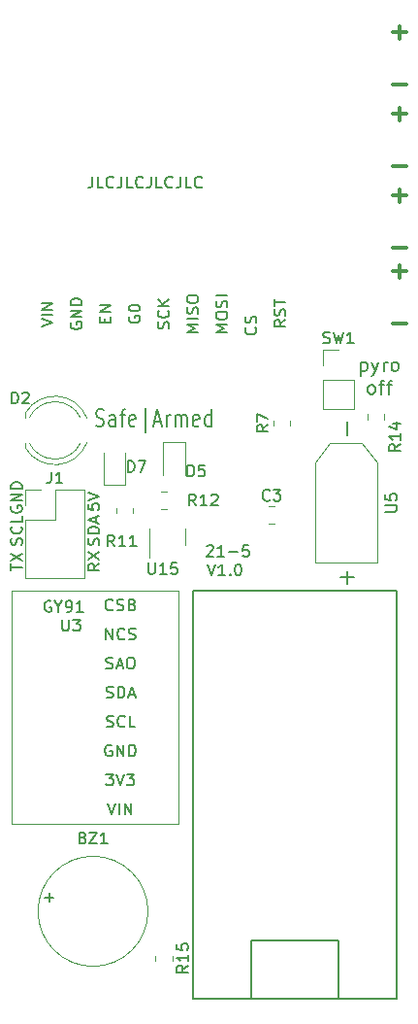
<source format=gbr>
%TF.GenerationSoftware,KiCad,Pcbnew,5.1.10*%
%TF.CreationDate,2021-06-27T22:38:49+02:00*%
%TF.ProjectId,fc_v2,66635f76-322e-46b6-9963-61645f706362,rev?*%
%TF.SameCoordinates,Original*%
%TF.FileFunction,Legend,Top*%
%TF.FilePolarity,Positive*%
%FSLAX46Y46*%
G04 Gerber Fmt 4.6, Leading zero omitted, Abs format (unit mm)*
G04 Created by KiCad (PCBNEW 5.1.10) date 2021-06-27 22:38:49*
%MOMM*%
%LPD*%
G01*
G04 APERTURE LIST*
%ADD10C,0.150000*%
%ADD11C,0.200000*%
%ADD12C,0.300000*%
%ADD13C,0.120000*%
%ADD14C,0.010000*%
%ADD15O,2.000000X1.700000*%
%ADD16O,1.700000X1.700000*%
%ADD17R,1.700000X1.700000*%
%ADD18C,0.700000*%
%ADD19C,4.400000*%
%ADD20C,1.524000*%
%ADD21O,1.950000X1.700000*%
%ADD22C,1.800000*%
%ADD23C,0.800000*%
%ADD24C,3.800000*%
%ADD25R,3.800000X3.800000*%
%ADD26R,1.070000X1.800000*%
%ADD27O,1.070000X1.800000*%
G04 APERTURE END LIST*
D10*
X130198761Y-112847285D02*
X130246380Y-112704428D01*
X130246380Y-112466333D01*
X130198761Y-112371095D01*
X130151142Y-112323476D01*
X130055904Y-112275857D01*
X129960666Y-112275857D01*
X129865428Y-112323476D01*
X129817809Y-112371095D01*
X129770190Y-112466333D01*
X129722571Y-112656809D01*
X129674952Y-112752047D01*
X129627333Y-112799666D01*
X129532095Y-112847285D01*
X129436857Y-112847285D01*
X129341619Y-112799666D01*
X129294000Y-112752047D01*
X129246380Y-112656809D01*
X129246380Y-112418714D01*
X129294000Y-112275857D01*
X130246380Y-111847285D02*
X129246380Y-111847285D01*
X129246380Y-111609190D01*
X129294000Y-111466333D01*
X129389238Y-111371095D01*
X129484476Y-111323476D01*
X129674952Y-111275857D01*
X129817809Y-111275857D01*
X130008285Y-111323476D01*
X130103523Y-111371095D01*
X130198761Y-111466333D01*
X130246380Y-111609190D01*
X130246380Y-111847285D01*
X129960666Y-110894904D02*
X129960666Y-110418714D01*
X130246380Y-110990142D02*
X129246380Y-110656809D01*
X130246380Y-110323476D01*
X122515380Y-115061904D02*
X122515380Y-114490476D01*
X123515380Y-114776190D02*
X122515380Y-114776190D01*
X122515380Y-114252380D02*
X123515380Y-113585714D01*
X122515380Y-113585714D02*
X123515380Y-114252380D01*
X122563000Y-109473904D02*
X122515380Y-109569142D01*
X122515380Y-109712000D01*
X122563000Y-109854857D01*
X122658238Y-109950095D01*
X122753476Y-109997714D01*
X122943952Y-110045333D01*
X123086809Y-110045333D01*
X123277285Y-109997714D01*
X123372523Y-109950095D01*
X123467761Y-109854857D01*
X123515380Y-109712000D01*
X123515380Y-109616761D01*
X123467761Y-109473904D01*
X123420142Y-109426285D01*
X123086809Y-109426285D01*
X123086809Y-109616761D01*
X123515380Y-108997714D02*
X122515380Y-108997714D01*
X123515380Y-108426285D01*
X122515380Y-108426285D01*
X123515380Y-107950095D02*
X122515380Y-107950095D01*
X122515380Y-107712000D01*
X122563000Y-107569142D01*
X122658238Y-107473904D01*
X122753476Y-107426285D01*
X122943952Y-107378666D01*
X123086809Y-107378666D01*
X123277285Y-107426285D01*
X123372523Y-107473904D01*
X123467761Y-107569142D01*
X123515380Y-107712000D01*
X123515380Y-107950095D01*
X130246380Y-114466666D02*
X129770190Y-114800000D01*
X130246380Y-115038095D02*
X129246380Y-115038095D01*
X129246380Y-114657142D01*
X129294000Y-114561904D01*
X129341619Y-114514285D01*
X129436857Y-114466666D01*
X129579714Y-114466666D01*
X129674952Y-114514285D01*
X129722571Y-114561904D01*
X129770190Y-114657142D01*
X129770190Y-115038095D01*
X129246380Y-114133333D02*
X130246380Y-113466666D01*
X129246380Y-113466666D02*
X130246380Y-114133333D01*
X123467761Y-112823476D02*
X123515380Y-112680619D01*
X123515380Y-112442523D01*
X123467761Y-112347285D01*
X123420142Y-112299666D01*
X123324904Y-112252047D01*
X123229666Y-112252047D01*
X123134428Y-112299666D01*
X123086809Y-112347285D01*
X123039190Y-112442523D01*
X122991571Y-112633000D01*
X122943952Y-112728238D01*
X122896333Y-112775857D01*
X122801095Y-112823476D01*
X122705857Y-112823476D01*
X122610619Y-112775857D01*
X122563000Y-112728238D01*
X122515380Y-112633000D01*
X122515380Y-112394904D01*
X122563000Y-112252047D01*
X123420142Y-111252047D02*
X123467761Y-111299666D01*
X123515380Y-111442523D01*
X123515380Y-111537761D01*
X123467761Y-111680619D01*
X123372523Y-111775857D01*
X123277285Y-111823476D01*
X123086809Y-111871095D01*
X122943952Y-111871095D01*
X122753476Y-111823476D01*
X122658238Y-111775857D01*
X122563000Y-111680619D01*
X122515380Y-111537761D01*
X122515380Y-111442523D01*
X122563000Y-111299666D01*
X122610619Y-111252047D01*
X123515380Y-110347285D02*
X123515380Y-110823476D01*
X122515380Y-110823476D01*
X129246380Y-109283476D02*
X129246380Y-109759666D01*
X129722571Y-109807285D01*
X129674952Y-109759666D01*
X129627333Y-109664428D01*
X129627333Y-109426333D01*
X129674952Y-109331095D01*
X129722571Y-109283476D01*
X129817809Y-109235857D01*
X130055904Y-109235857D01*
X130151142Y-109283476D01*
X130198761Y-109331095D01*
X130246380Y-109426333D01*
X130246380Y-109664428D01*
X130198761Y-109759666D01*
X130151142Y-109807285D01*
X129246380Y-108950142D02*
X130246380Y-108616809D01*
X129246380Y-108283476D01*
D11*
X129619952Y-80732380D02*
X129619952Y-81446666D01*
X129572333Y-81589523D01*
X129477095Y-81684761D01*
X129334238Y-81732380D01*
X129239000Y-81732380D01*
X130572333Y-81732380D02*
X130096142Y-81732380D01*
X130096142Y-80732380D01*
X131477095Y-81637142D02*
X131429476Y-81684761D01*
X131286619Y-81732380D01*
X131191380Y-81732380D01*
X131048523Y-81684761D01*
X130953285Y-81589523D01*
X130905666Y-81494285D01*
X130858047Y-81303809D01*
X130858047Y-81160952D01*
X130905666Y-80970476D01*
X130953285Y-80875238D01*
X131048523Y-80780000D01*
X131191380Y-80732380D01*
X131286619Y-80732380D01*
X131429476Y-80780000D01*
X131477095Y-80827619D01*
X132191380Y-80732380D02*
X132191380Y-81446666D01*
X132143761Y-81589523D01*
X132048523Y-81684761D01*
X131905666Y-81732380D01*
X131810428Y-81732380D01*
X133143761Y-81732380D02*
X132667571Y-81732380D01*
X132667571Y-80732380D01*
X134048523Y-81637142D02*
X134000904Y-81684761D01*
X133858047Y-81732380D01*
X133762809Y-81732380D01*
X133619952Y-81684761D01*
X133524714Y-81589523D01*
X133477095Y-81494285D01*
X133429476Y-81303809D01*
X133429476Y-81160952D01*
X133477095Y-80970476D01*
X133524714Y-80875238D01*
X133619952Y-80780000D01*
X133762809Y-80732380D01*
X133858047Y-80732380D01*
X134000904Y-80780000D01*
X134048523Y-80827619D01*
X134762809Y-80732380D02*
X134762809Y-81446666D01*
X134715190Y-81589523D01*
X134619952Y-81684761D01*
X134477095Y-81732380D01*
X134381857Y-81732380D01*
X135715190Y-81732380D02*
X135239000Y-81732380D01*
X135239000Y-80732380D01*
X136619952Y-81637142D02*
X136572333Y-81684761D01*
X136429476Y-81732380D01*
X136334238Y-81732380D01*
X136191380Y-81684761D01*
X136096142Y-81589523D01*
X136048523Y-81494285D01*
X136000904Y-81303809D01*
X136000904Y-81160952D01*
X136048523Y-80970476D01*
X136096142Y-80875238D01*
X136191380Y-80780000D01*
X136334238Y-80732380D01*
X136429476Y-80732380D01*
X136572333Y-80780000D01*
X136619952Y-80827619D01*
X137334238Y-80732380D02*
X137334238Y-81446666D01*
X137286619Y-81589523D01*
X137191380Y-81684761D01*
X137048523Y-81732380D01*
X136953285Y-81732380D01*
X138286619Y-81732380D02*
X137810428Y-81732380D01*
X137810428Y-80732380D01*
X139191380Y-81637142D02*
X139143761Y-81684761D01*
X139000904Y-81732380D01*
X138905666Y-81732380D01*
X138762809Y-81684761D01*
X138667571Y-81589523D01*
X138619952Y-81494285D01*
X138572333Y-81303809D01*
X138572333Y-81160952D01*
X138619952Y-80970476D01*
X138667571Y-80875238D01*
X138762809Y-80780000D01*
X138905666Y-80732380D01*
X139000904Y-80732380D01*
X139143761Y-80780000D01*
X139191380Y-80827619D01*
D10*
X139700190Y-114514380D02*
X140033523Y-115514380D01*
X140366857Y-114514380D01*
X141224000Y-115514380D02*
X140652571Y-115514380D01*
X140938285Y-115514380D02*
X140938285Y-114514380D01*
X140843047Y-114657238D01*
X140747809Y-114752476D01*
X140652571Y-114800095D01*
X141652571Y-115419142D02*
X141700190Y-115466761D01*
X141652571Y-115514380D01*
X141604952Y-115466761D01*
X141652571Y-115419142D01*
X141652571Y-115514380D01*
X142319238Y-114514380D02*
X142414476Y-114514380D01*
X142509714Y-114562000D01*
X142557333Y-114609619D01*
X142604952Y-114704857D01*
X142652571Y-114895333D01*
X142652571Y-115133428D01*
X142604952Y-115323904D01*
X142557333Y-115419142D01*
X142509714Y-115466761D01*
X142414476Y-115514380D01*
X142319238Y-115514380D01*
X142224000Y-115466761D01*
X142176380Y-115419142D01*
X142128761Y-115323904D01*
X142081142Y-115133428D01*
X142081142Y-114895333D01*
X142128761Y-114704857D01*
X142176380Y-114609619D01*
X142224000Y-114562000D01*
X142319238Y-114514380D01*
X139620857Y-112958619D02*
X139668476Y-112911000D01*
X139763714Y-112863380D01*
X140001809Y-112863380D01*
X140097047Y-112911000D01*
X140144666Y-112958619D01*
X140192285Y-113053857D01*
X140192285Y-113149095D01*
X140144666Y-113291952D01*
X139573238Y-113863380D01*
X140192285Y-113863380D01*
X141144666Y-113863380D02*
X140573238Y-113863380D01*
X140858952Y-113863380D02*
X140858952Y-112863380D01*
X140763714Y-113006238D01*
X140668476Y-113101476D01*
X140573238Y-113149095D01*
X141573238Y-113482428D02*
X142335142Y-113482428D01*
X143287523Y-112863380D02*
X142811333Y-112863380D01*
X142763714Y-113339571D01*
X142811333Y-113291952D01*
X142906571Y-113244333D01*
X143144666Y-113244333D01*
X143239904Y-113291952D01*
X143287523Y-113339571D01*
X143335142Y-113434809D01*
X143335142Y-113672904D01*
X143287523Y-113768142D01*
X143239904Y-113815761D01*
X143144666Y-113863380D01*
X142906571Y-113863380D01*
X142811333Y-113815761D01*
X142763714Y-113768142D01*
D12*
X155892571Y-89007142D02*
X157035428Y-89007142D01*
X156464000Y-89578571D02*
X156464000Y-88435714D01*
X155892571Y-93579142D02*
X157035428Y-93579142D01*
X155892571Y-82403142D02*
X157035428Y-82403142D01*
X156464000Y-82974571D02*
X156464000Y-81831714D01*
X155892571Y-86975142D02*
X157035428Y-86975142D01*
X155892571Y-75291142D02*
X157035428Y-75291142D01*
X156464000Y-75862571D02*
X156464000Y-74719714D01*
X155892571Y-79863142D02*
X157035428Y-79863142D01*
X155892571Y-72751142D02*
X157035428Y-72751142D01*
X155892571Y-68179142D02*
X157035428Y-68179142D01*
X156464000Y-68750571D02*
X156464000Y-67607714D01*
D11*
X153057428Y-96913857D02*
X153057428Y-98113857D01*
X153057428Y-96971000D02*
X153171714Y-96913857D01*
X153400285Y-96913857D01*
X153514571Y-96971000D01*
X153571714Y-97028142D01*
X153628857Y-97142428D01*
X153628857Y-97485285D01*
X153571714Y-97599571D01*
X153514571Y-97656714D01*
X153400285Y-97713857D01*
X153171714Y-97713857D01*
X153057428Y-97656714D01*
X154028857Y-96913857D02*
X154314571Y-97713857D01*
X154600285Y-96913857D02*
X154314571Y-97713857D01*
X154200285Y-97999571D01*
X154143142Y-98056714D01*
X154028857Y-98113857D01*
X155057428Y-97713857D02*
X155057428Y-96913857D01*
X155057428Y-97142428D02*
X155114571Y-97028142D01*
X155171714Y-96971000D01*
X155286000Y-96913857D01*
X155400285Y-96913857D01*
X155971714Y-97713857D02*
X155857428Y-97656714D01*
X155800285Y-97599571D01*
X155743142Y-97485285D01*
X155743142Y-97142428D01*
X155800285Y-97028142D01*
X155857428Y-96971000D01*
X155971714Y-96913857D01*
X156143142Y-96913857D01*
X156257428Y-96971000D01*
X156314571Y-97028142D01*
X156371714Y-97142428D01*
X156371714Y-97485285D01*
X156314571Y-97599571D01*
X156257428Y-97656714D01*
X156143142Y-97713857D01*
X155971714Y-97713857D01*
X153914571Y-99713857D02*
X153800285Y-99656714D01*
X153743142Y-99599571D01*
X153686000Y-99485285D01*
X153686000Y-99142428D01*
X153743142Y-99028142D01*
X153800285Y-98971000D01*
X153914571Y-98913857D01*
X154086000Y-98913857D01*
X154200285Y-98971000D01*
X154257428Y-99028142D01*
X154314571Y-99142428D01*
X154314571Y-99485285D01*
X154257428Y-99599571D01*
X154200285Y-99656714D01*
X154086000Y-99713857D01*
X153914571Y-99713857D01*
X154657428Y-98913857D02*
X155114571Y-98913857D01*
X154828857Y-99713857D02*
X154828857Y-98685285D01*
X154886000Y-98571000D01*
X155000285Y-98513857D01*
X155114571Y-98513857D01*
X155343142Y-98913857D02*
X155800285Y-98913857D01*
X155514571Y-99713857D02*
X155514571Y-98685285D01*
X155571714Y-98571000D01*
X155686000Y-98513857D01*
X155800285Y-98513857D01*
X129943857Y-102461142D02*
X130115285Y-102532571D01*
X130401000Y-102532571D01*
X130515285Y-102461142D01*
X130572428Y-102389714D01*
X130629571Y-102246857D01*
X130629571Y-102104000D01*
X130572428Y-101961142D01*
X130515285Y-101889714D01*
X130401000Y-101818285D01*
X130172428Y-101746857D01*
X130058142Y-101675428D01*
X130001000Y-101604000D01*
X129943857Y-101461142D01*
X129943857Y-101318285D01*
X130001000Y-101175428D01*
X130058142Y-101104000D01*
X130172428Y-101032571D01*
X130458142Y-101032571D01*
X130629571Y-101104000D01*
X131658142Y-102532571D02*
X131658142Y-101746857D01*
X131601000Y-101604000D01*
X131486714Y-101532571D01*
X131258142Y-101532571D01*
X131143857Y-101604000D01*
X131658142Y-102461142D02*
X131543857Y-102532571D01*
X131258142Y-102532571D01*
X131143857Y-102461142D01*
X131086714Y-102318285D01*
X131086714Y-102175428D01*
X131143857Y-102032571D01*
X131258142Y-101961142D01*
X131543857Y-101961142D01*
X131658142Y-101889714D01*
X132058142Y-101532571D02*
X132515285Y-101532571D01*
X132229571Y-102532571D02*
X132229571Y-101246857D01*
X132286714Y-101104000D01*
X132401000Y-101032571D01*
X132515285Y-101032571D01*
X133372428Y-102461142D02*
X133258142Y-102532571D01*
X133029571Y-102532571D01*
X132915285Y-102461142D01*
X132858142Y-102318285D01*
X132858142Y-101746857D01*
X132915285Y-101604000D01*
X133029571Y-101532571D01*
X133258142Y-101532571D01*
X133372428Y-101604000D01*
X133429571Y-101746857D01*
X133429571Y-101889714D01*
X132858142Y-102032571D01*
X134229571Y-103032571D02*
X134229571Y-100889714D01*
X135029571Y-102104000D02*
X135601000Y-102104000D01*
X134915285Y-102532571D02*
X135315285Y-101032571D01*
X135715285Y-102532571D01*
X136115285Y-102532571D02*
X136115285Y-101532571D01*
X136115285Y-101818285D02*
X136172428Y-101675428D01*
X136229571Y-101604000D01*
X136343857Y-101532571D01*
X136458142Y-101532571D01*
X136858142Y-102532571D02*
X136858142Y-101532571D01*
X136858142Y-101675428D02*
X136915285Y-101604000D01*
X137029571Y-101532571D01*
X137201000Y-101532571D01*
X137315285Y-101604000D01*
X137372428Y-101746857D01*
X137372428Y-102532571D01*
X137372428Y-101746857D02*
X137429571Y-101604000D01*
X137543857Y-101532571D01*
X137715285Y-101532571D01*
X137829571Y-101604000D01*
X137886714Y-101746857D01*
X137886714Y-102532571D01*
X138915285Y-102461142D02*
X138801000Y-102532571D01*
X138572428Y-102532571D01*
X138458142Y-102461142D01*
X138401000Y-102318285D01*
X138401000Y-101746857D01*
X138458142Y-101604000D01*
X138572428Y-101532571D01*
X138801000Y-101532571D01*
X138915285Y-101604000D01*
X138972428Y-101746857D01*
X138972428Y-101889714D01*
X138401000Y-102032571D01*
X140001000Y-102532571D02*
X140001000Y-101032571D01*
X140001000Y-102461142D02*
X139886714Y-102532571D01*
X139658142Y-102532571D01*
X139543857Y-102461142D01*
X139486714Y-102389714D01*
X139429571Y-102246857D01*
X139429571Y-101818285D01*
X139486714Y-101675428D01*
X139543857Y-101604000D01*
X139658142Y-101532571D01*
X139886714Y-101532571D01*
X140001000Y-101604000D01*
D13*
%TO.C,R15*%
X136625000Y-148632936D02*
X136625000Y-149087064D01*
X135155000Y-148632936D02*
X135155000Y-149087064D01*
%TO.C,SW1*%
X149800000Y-101025000D02*
X152460000Y-101025000D01*
X149800000Y-98425000D02*
X149800000Y-101025000D01*
X152460000Y-98425000D02*
X152460000Y-101025000D01*
X149800000Y-98425000D02*
X152460000Y-98425000D01*
X149800000Y-97155000D02*
X149800000Y-95825000D01*
X149800000Y-95825000D02*
X151130000Y-95825000D01*
%TO.C,R14*%
X153633500Y-101906564D02*
X153633500Y-101452436D01*
X155103500Y-101906564D02*
X155103500Y-101452436D01*
%TO.C,BZ1*%
X134490500Y-144780000D02*
G75*
G03*
X134490500Y-144780000I-4800000J0D01*
G01*
%TO.C,J1*%
X123765000Y-108017000D02*
X125095000Y-108017000D01*
X123765000Y-109347000D02*
X123765000Y-108017000D01*
X126365000Y-108017000D02*
X128965000Y-108017000D01*
X126365000Y-110617000D02*
X126365000Y-108017000D01*
X123765000Y-110617000D02*
X126365000Y-110617000D01*
X128965000Y-108017000D02*
X128965000Y-115757000D01*
X123765000Y-110617000D02*
X123765000Y-115757000D01*
X123765000Y-115757000D02*
X128965000Y-115757000D01*
D10*
%TO.C,U1*%
X151130000Y-147320000D02*
X143510000Y-147320000D01*
X143510000Y-147320000D02*
X143510000Y-152400000D01*
X151130000Y-147320000D02*
X151130000Y-152400000D01*
X138430000Y-152400000D02*
X138430000Y-116840000D01*
X138430000Y-116840000D02*
X156210000Y-116840000D01*
X156210000Y-116840000D02*
X156210000Y-152400000D01*
X156210000Y-152400000D02*
X138430000Y-152400000D01*
D13*
%TO.C,R12*%
X135662936Y-109701000D02*
X136117064Y-109701000D01*
X135662936Y-108231000D02*
X136117064Y-108231000D01*
%TO.C,R11*%
X133196000Y-110098064D02*
X133196000Y-109643936D01*
X131726000Y-110098064D02*
X131726000Y-109643936D01*
%TO.C,R7*%
X146912000Y-102462064D02*
X146912000Y-102007936D01*
X145442000Y-102462064D02*
X145442000Y-102007936D01*
%TO.C,C3*%
X145026748Y-110971000D02*
X145549252Y-110971000D01*
X145026748Y-109501000D02*
X145549252Y-109501000D01*
%TO.C,U15*%
X134584000Y-112141000D02*
X134584000Y-113991000D01*
X134584000Y-112141000D02*
X134584000Y-111391000D01*
X137704000Y-112141000D02*
X137704000Y-112891000D01*
X137704000Y-112141000D02*
X137704000Y-111391000D01*
%TO.C,D7*%
X132532000Y-107642000D02*
X132532000Y-104782000D01*
X130612000Y-107642000D02*
X132532000Y-107642000D01*
X130612000Y-104782000D02*
X130612000Y-107642000D01*
%TO.C,D5*%
X135819000Y-103922000D02*
X135819000Y-106782000D01*
X137739000Y-103922000D02*
X135819000Y-103922000D01*
X137739000Y-106782000D02*
X137739000Y-103922000D01*
%TO.C,U5*%
X154475000Y-105670000D02*
X154475000Y-114390000D01*
X154475000Y-114390000D02*
X149055000Y-114390000D01*
X149055000Y-105670000D02*
X149055000Y-114390000D01*
X153175000Y-103970000D02*
X154475000Y-105670000D01*
X150355000Y-103970000D02*
X149055000Y-105670000D01*
X153175000Y-103970000D02*
X150355000Y-103970000D01*
%TO.C,D2*%
X129152815Y-101789173D02*
G75*
G03*
X123805000Y-101325170I-2787815J-1080827D01*
G01*
X129152815Y-103950827D02*
G75*
G02*
X123805000Y-104414830I-2787815J1080827D01*
G01*
X128619479Y-101789571D02*
G75*
G03*
X124110316Y-101790000I-2254479J-1080429D01*
G01*
X128619479Y-103950429D02*
G75*
G02*
X124110316Y-103950000I-2254479J1080429D01*
G01*
X123805000Y-103950000D02*
X123805000Y-104415000D01*
X123805000Y-101325000D02*
X123805000Y-101790000D01*
%TO.C,U3*%
X137160000Y-116840000D02*
X137160000Y-137160000D01*
X137160000Y-137160000D02*
X125730000Y-137160000D01*
X137160000Y-116840000D02*
X122620000Y-116840000D01*
X122620000Y-116840000D02*
X122620000Y-137160000D01*
X122620000Y-137160000D02*
X125730000Y-137160000D01*
%TO.C,R15*%
D10*
X137992380Y-149502857D02*
X137516190Y-149836190D01*
X137992380Y-150074285D02*
X136992380Y-150074285D01*
X136992380Y-149693333D01*
X137040000Y-149598095D01*
X137087619Y-149550476D01*
X137182857Y-149502857D01*
X137325714Y-149502857D01*
X137420952Y-149550476D01*
X137468571Y-149598095D01*
X137516190Y-149693333D01*
X137516190Y-150074285D01*
X137992380Y-148550476D02*
X137992380Y-149121904D01*
X137992380Y-148836190D02*
X136992380Y-148836190D01*
X137135238Y-148931428D01*
X137230476Y-149026666D01*
X137278095Y-149121904D01*
X136992380Y-147645714D02*
X136992380Y-148121904D01*
X137468571Y-148169523D01*
X137420952Y-148121904D01*
X137373333Y-148026666D01*
X137373333Y-147788571D01*
X137420952Y-147693333D01*
X137468571Y-147645714D01*
X137563809Y-147598095D01*
X137801904Y-147598095D01*
X137897142Y-147645714D01*
X137944761Y-147693333D01*
X137992380Y-147788571D01*
X137992380Y-148026666D01*
X137944761Y-148121904D01*
X137897142Y-148169523D01*
%TO.C,SW1*%
X149796666Y-95229761D02*
X149939523Y-95277380D01*
X150177619Y-95277380D01*
X150272857Y-95229761D01*
X150320476Y-95182142D01*
X150368095Y-95086904D01*
X150368095Y-94991666D01*
X150320476Y-94896428D01*
X150272857Y-94848809D01*
X150177619Y-94801190D01*
X149987142Y-94753571D01*
X149891904Y-94705952D01*
X149844285Y-94658333D01*
X149796666Y-94563095D01*
X149796666Y-94467857D01*
X149844285Y-94372619D01*
X149891904Y-94325000D01*
X149987142Y-94277380D01*
X150225238Y-94277380D01*
X150368095Y-94325000D01*
X150701428Y-94277380D02*
X150939523Y-95277380D01*
X151130000Y-94563095D01*
X151320476Y-95277380D01*
X151558571Y-94277380D01*
X152463333Y-95277380D02*
X151891904Y-95277380D01*
X152177619Y-95277380D02*
X152177619Y-94277380D01*
X152082380Y-94420238D01*
X151987142Y-94515476D01*
X151891904Y-94563095D01*
%TO.C,R14*%
X156535380Y-104084357D02*
X156059190Y-104417690D01*
X156535380Y-104655785D02*
X155535380Y-104655785D01*
X155535380Y-104274833D01*
X155583000Y-104179595D01*
X155630619Y-104131976D01*
X155725857Y-104084357D01*
X155868714Y-104084357D01*
X155963952Y-104131976D01*
X156011571Y-104179595D01*
X156059190Y-104274833D01*
X156059190Y-104655785D01*
X156535380Y-103131976D02*
X156535380Y-103703404D01*
X156535380Y-103417690D02*
X155535380Y-103417690D01*
X155678238Y-103512928D01*
X155773476Y-103608166D01*
X155821095Y-103703404D01*
X155868714Y-102274833D02*
X156535380Y-102274833D01*
X155487761Y-102512928D02*
X156202047Y-102751023D01*
X156202047Y-102131976D01*
%TO.C,BZ1*%
X128809547Y-138358571D02*
X128952404Y-138406190D01*
X129000023Y-138453809D01*
X129047642Y-138549047D01*
X129047642Y-138691904D01*
X129000023Y-138787142D01*
X128952404Y-138834761D01*
X128857166Y-138882380D01*
X128476214Y-138882380D01*
X128476214Y-137882380D01*
X128809547Y-137882380D01*
X128904785Y-137930000D01*
X128952404Y-137977619D01*
X129000023Y-138072857D01*
X129000023Y-138168095D01*
X128952404Y-138263333D01*
X128904785Y-138310952D01*
X128809547Y-138358571D01*
X128476214Y-138358571D01*
X129380976Y-137882380D02*
X130047642Y-137882380D01*
X129380976Y-138882380D01*
X130047642Y-138882380D01*
X130952404Y-138882380D02*
X130380976Y-138882380D01*
X130666690Y-138882380D02*
X130666690Y-137882380D01*
X130571452Y-138025238D01*
X130476214Y-138120476D01*
X130380976Y-138168095D01*
X125499547Y-143581428D02*
X126261452Y-143581428D01*
X125880500Y-143962380D02*
X125880500Y-143200476D01*
%TO.C,J1*%
X126031666Y-106469380D02*
X126031666Y-107183666D01*
X125984047Y-107326523D01*
X125888809Y-107421761D01*
X125745952Y-107469380D01*
X125650714Y-107469380D01*
X127031666Y-107469380D02*
X126460238Y-107469380D01*
X126745952Y-107469380D02*
X126745952Y-106469380D01*
X126650714Y-106612238D01*
X126555476Y-106707476D01*
X126460238Y-106755095D01*
%TO.C,R12*%
X138676142Y-109418380D02*
X138342809Y-108942190D01*
X138104714Y-109418380D02*
X138104714Y-108418380D01*
X138485666Y-108418380D01*
X138580904Y-108466000D01*
X138628523Y-108513619D01*
X138676142Y-108608857D01*
X138676142Y-108751714D01*
X138628523Y-108846952D01*
X138580904Y-108894571D01*
X138485666Y-108942190D01*
X138104714Y-108942190D01*
X139628523Y-109418380D02*
X139057095Y-109418380D01*
X139342809Y-109418380D02*
X139342809Y-108418380D01*
X139247571Y-108561238D01*
X139152333Y-108656476D01*
X139057095Y-108704095D01*
X140009476Y-108513619D02*
X140057095Y-108466000D01*
X140152333Y-108418380D01*
X140390428Y-108418380D01*
X140485666Y-108466000D01*
X140533285Y-108513619D01*
X140580904Y-108608857D01*
X140580904Y-108704095D01*
X140533285Y-108846952D01*
X139961857Y-109418380D01*
X140580904Y-109418380D01*
%TO.C,R11*%
X131564142Y-112974380D02*
X131230809Y-112498190D01*
X130992714Y-112974380D02*
X130992714Y-111974380D01*
X131373666Y-111974380D01*
X131468904Y-112022000D01*
X131516523Y-112069619D01*
X131564142Y-112164857D01*
X131564142Y-112307714D01*
X131516523Y-112402952D01*
X131468904Y-112450571D01*
X131373666Y-112498190D01*
X130992714Y-112498190D01*
X132516523Y-112974380D02*
X131945095Y-112974380D01*
X132230809Y-112974380D02*
X132230809Y-111974380D01*
X132135571Y-112117238D01*
X132040333Y-112212476D01*
X131945095Y-112260095D01*
X133468904Y-112974380D02*
X132897476Y-112974380D01*
X133183190Y-112974380D02*
X133183190Y-111974380D01*
X133087952Y-112117238D01*
X132992714Y-112212476D01*
X132897476Y-112260095D01*
%TO.C,R7*%
X144979380Y-102401666D02*
X144503190Y-102735000D01*
X144979380Y-102973095D02*
X143979380Y-102973095D01*
X143979380Y-102592142D01*
X144027000Y-102496904D01*
X144074619Y-102449285D01*
X144169857Y-102401666D01*
X144312714Y-102401666D01*
X144407952Y-102449285D01*
X144455571Y-102496904D01*
X144503190Y-102592142D01*
X144503190Y-102973095D01*
X143979380Y-102068333D02*
X143979380Y-101401666D01*
X144979380Y-101830238D01*
%TO.C,C3*%
X145121333Y-108913142D02*
X145073714Y-108960761D01*
X144930857Y-109008380D01*
X144835619Y-109008380D01*
X144692761Y-108960761D01*
X144597523Y-108865523D01*
X144549904Y-108770285D01*
X144502285Y-108579809D01*
X144502285Y-108436952D01*
X144549904Y-108246476D01*
X144597523Y-108151238D01*
X144692761Y-108056000D01*
X144835619Y-108008380D01*
X144930857Y-108008380D01*
X145073714Y-108056000D01*
X145121333Y-108103619D01*
X145454666Y-108008380D02*
X146073714Y-108008380D01*
X145740380Y-108389333D01*
X145883238Y-108389333D01*
X145978476Y-108436952D01*
X146026095Y-108484571D01*
X146073714Y-108579809D01*
X146073714Y-108817904D01*
X146026095Y-108913142D01*
X145978476Y-108960761D01*
X145883238Y-109008380D01*
X145597523Y-109008380D01*
X145502285Y-108960761D01*
X145454666Y-108913142D01*
%TO.C,U15*%
X134524904Y-114387380D02*
X134524904Y-115196904D01*
X134572523Y-115292142D01*
X134620142Y-115339761D01*
X134715380Y-115387380D01*
X134905857Y-115387380D01*
X135001095Y-115339761D01*
X135048714Y-115292142D01*
X135096333Y-115196904D01*
X135096333Y-114387380D01*
X136096333Y-115387380D02*
X135524904Y-115387380D01*
X135810619Y-115387380D02*
X135810619Y-114387380D01*
X135715380Y-114530238D01*
X135620142Y-114625476D01*
X135524904Y-114673095D01*
X137001095Y-114387380D02*
X136524904Y-114387380D01*
X136477285Y-114863571D01*
X136524904Y-114815952D01*
X136620142Y-114768333D01*
X136858238Y-114768333D01*
X136953476Y-114815952D01*
X137001095Y-114863571D01*
X137048714Y-114958809D01*
X137048714Y-115196904D01*
X137001095Y-115292142D01*
X136953476Y-115339761D01*
X136858238Y-115387380D01*
X136620142Y-115387380D01*
X136524904Y-115339761D01*
X136477285Y-115292142D01*
%TO.C,D7*%
X132738904Y-106497380D02*
X132738904Y-105497380D01*
X132977000Y-105497380D01*
X133119857Y-105545000D01*
X133215095Y-105640238D01*
X133262714Y-105735476D01*
X133310333Y-105925952D01*
X133310333Y-106068809D01*
X133262714Y-106259285D01*
X133215095Y-106354523D01*
X133119857Y-106449761D01*
X132977000Y-106497380D01*
X132738904Y-106497380D01*
X133643666Y-105497380D02*
X134310333Y-105497380D01*
X133881761Y-106497380D01*
%TO.C,D5*%
X137945904Y-106878380D02*
X137945904Y-105878380D01*
X138184000Y-105878380D01*
X138326857Y-105926000D01*
X138422095Y-106021238D01*
X138469714Y-106116476D01*
X138517333Y-106306952D01*
X138517333Y-106449809D01*
X138469714Y-106640285D01*
X138422095Y-106735523D01*
X138326857Y-106830761D01*
X138184000Y-106878380D01*
X137945904Y-106878380D01*
X139422095Y-105878380D02*
X138945904Y-105878380D01*
X138898285Y-106354571D01*
X138945904Y-106306952D01*
X139041142Y-106259333D01*
X139279238Y-106259333D01*
X139374476Y-106306952D01*
X139422095Y-106354571D01*
X139469714Y-106449809D01*
X139469714Y-106687904D01*
X139422095Y-106783142D01*
X139374476Y-106830761D01*
X139279238Y-106878380D01*
X139041142Y-106878380D01*
X138945904Y-106830761D01*
X138898285Y-106783142D01*
%TO.C,U5*%
X155217380Y-109941904D02*
X156026904Y-109941904D01*
X156122142Y-109894285D01*
X156169761Y-109846666D01*
X156217380Y-109751428D01*
X156217380Y-109560952D01*
X156169761Y-109465714D01*
X156122142Y-109418095D01*
X156026904Y-109370476D01*
X155217380Y-109370476D01*
X155217380Y-108418095D02*
X155217380Y-108894285D01*
X155693571Y-108941904D01*
X155645952Y-108894285D01*
X155598333Y-108799047D01*
X155598333Y-108560952D01*
X155645952Y-108465714D01*
X155693571Y-108418095D01*
X155788809Y-108370476D01*
X156026904Y-108370476D01*
X156122142Y-108418095D01*
X156169761Y-108465714D01*
X156217380Y-108560952D01*
X156217380Y-108799047D01*
X156169761Y-108894285D01*
X156122142Y-108941904D01*
X151872142Y-103251428D02*
X151872142Y-102108571D01*
X151872142Y-116251428D02*
X151872142Y-115108571D01*
X152443571Y-115680000D02*
X151300714Y-115680000D01*
%TO.C,U2*%
X146502380Y-93257619D02*
X146026190Y-93590952D01*
X146502380Y-93829047D02*
X145502380Y-93829047D01*
X145502380Y-93448095D01*
X145550000Y-93352857D01*
X145597619Y-93305238D01*
X145692857Y-93257619D01*
X145835714Y-93257619D01*
X145930952Y-93305238D01*
X145978571Y-93352857D01*
X146026190Y-93448095D01*
X146026190Y-93829047D01*
X146454761Y-92876666D02*
X146502380Y-92733809D01*
X146502380Y-92495714D01*
X146454761Y-92400476D01*
X146407142Y-92352857D01*
X146311904Y-92305238D01*
X146216666Y-92305238D01*
X146121428Y-92352857D01*
X146073809Y-92400476D01*
X146026190Y-92495714D01*
X145978571Y-92686190D01*
X145930952Y-92781428D01*
X145883333Y-92829047D01*
X145788095Y-92876666D01*
X145692857Y-92876666D01*
X145597619Y-92829047D01*
X145550000Y-92781428D01*
X145502380Y-92686190D01*
X145502380Y-92448095D01*
X145550000Y-92305238D01*
X145502380Y-92019523D02*
X145502380Y-91448095D01*
X146502380Y-91733809D02*
X145502380Y-91733809D01*
X143867142Y-93892666D02*
X143914761Y-93940285D01*
X143962380Y-94083142D01*
X143962380Y-94178380D01*
X143914761Y-94321238D01*
X143819523Y-94416476D01*
X143724285Y-94464095D01*
X143533809Y-94511714D01*
X143390952Y-94511714D01*
X143200476Y-94464095D01*
X143105238Y-94416476D01*
X143010000Y-94321238D01*
X142962380Y-94178380D01*
X142962380Y-94083142D01*
X143010000Y-93940285D01*
X143057619Y-93892666D01*
X143914761Y-93511714D02*
X143962380Y-93368857D01*
X143962380Y-93130761D01*
X143914761Y-93035523D01*
X143867142Y-92987904D01*
X143771904Y-92940285D01*
X143676666Y-92940285D01*
X143581428Y-92987904D01*
X143533809Y-93035523D01*
X143486190Y-93130761D01*
X143438571Y-93321238D01*
X143390952Y-93416476D01*
X143343333Y-93464095D01*
X143248095Y-93511714D01*
X143152857Y-93511714D01*
X143057619Y-93464095D01*
X143010000Y-93416476D01*
X142962380Y-93321238D01*
X142962380Y-93083142D01*
X143010000Y-92940285D01*
X141422380Y-94281428D02*
X140422380Y-94281428D01*
X141136666Y-93948095D01*
X140422380Y-93614761D01*
X141422380Y-93614761D01*
X140422380Y-92948095D02*
X140422380Y-92757619D01*
X140470000Y-92662380D01*
X140565238Y-92567142D01*
X140755714Y-92519523D01*
X141089047Y-92519523D01*
X141279523Y-92567142D01*
X141374761Y-92662380D01*
X141422380Y-92757619D01*
X141422380Y-92948095D01*
X141374761Y-93043333D01*
X141279523Y-93138571D01*
X141089047Y-93186190D01*
X140755714Y-93186190D01*
X140565238Y-93138571D01*
X140470000Y-93043333D01*
X140422380Y-92948095D01*
X141374761Y-92138571D02*
X141422380Y-91995714D01*
X141422380Y-91757619D01*
X141374761Y-91662380D01*
X141327142Y-91614761D01*
X141231904Y-91567142D01*
X141136666Y-91567142D01*
X141041428Y-91614761D01*
X140993809Y-91662380D01*
X140946190Y-91757619D01*
X140898571Y-91948095D01*
X140850952Y-92043333D01*
X140803333Y-92090952D01*
X140708095Y-92138571D01*
X140612857Y-92138571D01*
X140517619Y-92090952D01*
X140470000Y-92043333D01*
X140422380Y-91948095D01*
X140422380Y-91710000D01*
X140470000Y-91567142D01*
X141422380Y-91138571D02*
X140422380Y-91138571D01*
X138882380Y-94281428D02*
X137882380Y-94281428D01*
X138596666Y-93948095D01*
X137882380Y-93614761D01*
X138882380Y-93614761D01*
X138882380Y-93138571D02*
X137882380Y-93138571D01*
X138834761Y-92710000D02*
X138882380Y-92567142D01*
X138882380Y-92329047D01*
X138834761Y-92233809D01*
X138787142Y-92186190D01*
X138691904Y-92138571D01*
X138596666Y-92138571D01*
X138501428Y-92186190D01*
X138453809Y-92233809D01*
X138406190Y-92329047D01*
X138358571Y-92519523D01*
X138310952Y-92614761D01*
X138263333Y-92662380D01*
X138168095Y-92710000D01*
X138072857Y-92710000D01*
X137977619Y-92662380D01*
X137930000Y-92614761D01*
X137882380Y-92519523D01*
X137882380Y-92281428D01*
X137930000Y-92138571D01*
X137882380Y-91519523D02*
X137882380Y-91329047D01*
X137930000Y-91233809D01*
X138025238Y-91138571D01*
X138215714Y-91090952D01*
X138549047Y-91090952D01*
X138739523Y-91138571D01*
X138834761Y-91233809D01*
X138882380Y-91329047D01*
X138882380Y-91519523D01*
X138834761Y-91614761D01*
X138739523Y-91710000D01*
X138549047Y-91757619D01*
X138215714Y-91757619D01*
X138025238Y-91710000D01*
X137930000Y-91614761D01*
X137882380Y-91519523D01*
X136294761Y-93995714D02*
X136342380Y-93852857D01*
X136342380Y-93614761D01*
X136294761Y-93519523D01*
X136247142Y-93471904D01*
X136151904Y-93424285D01*
X136056666Y-93424285D01*
X135961428Y-93471904D01*
X135913809Y-93519523D01*
X135866190Y-93614761D01*
X135818571Y-93805238D01*
X135770952Y-93900476D01*
X135723333Y-93948095D01*
X135628095Y-93995714D01*
X135532857Y-93995714D01*
X135437619Y-93948095D01*
X135390000Y-93900476D01*
X135342380Y-93805238D01*
X135342380Y-93567142D01*
X135390000Y-93424285D01*
X136247142Y-92424285D02*
X136294761Y-92471904D01*
X136342380Y-92614761D01*
X136342380Y-92710000D01*
X136294761Y-92852857D01*
X136199523Y-92948095D01*
X136104285Y-92995714D01*
X135913809Y-93043333D01*
X135770952Y-93043333D01*
X135580476Y-92995714D01*
X135485238Y-92948095D01*
X135390000Y-92852857D01*
X135342380Y-92710000D01*
X135342380Y-92614761D01*
X135390000Y-92471904D01*
X135437619Y-92424285D01*
X136342380Y-91995714D02*
X135342380Y-91995714D01*
X136342380Y-91424285D02*
X135770952Y-91852857D01*
X135342380Y-91424285D02*
X135913809Y-91995714D01*
X132850000Y-92924285D02*
X132802380Y-93019523D01*
X132802380Y-93162380D01*
X132850000Y-93305238D01*
X132945238Y-93400476D01*
X133040476Y-93448095D01*
X133230952Y-93495714D01*
X133373809Y-93495714D01*
X133564285Y-93448095D01*
X133659523Y-93400476D01*
X133754761Y-93305238D01*
X133802380Y-93162380D01*
X133802380Y-93067142D01*
X133754761Y-92924285D01*
X133707142Y-92876666D01*
X133373809Y-92876666D01*
X133373809Y-93067142D01*
X132802380Y-92257619D02*
X132802380Y-92162380D01*
X132850000Y-92067142D01*
X132897619Y-92019523D01*
X132992857Y-91971904D01*
X133183333Y-91924285D01*
X133421428Y-91924285D01*
X133611904Y-91971904D01*
X133707142Y-92019523D01*
X133754761Y-92067142D01*
X133802380Y-92162380D01*
X133802380Y-92257619D01*
X133754761Y-92352857D01*
X133707142Y-92400476D01*
X133611904Y-92448095D01*
X133421428Y-92495714D01*
X133183333Y-92495714D01*
X132992857Y-92448095D01*
X132897619Y-92400476D01*
X132850000Y-92352857D01*
X132802380Y-92257619D01*
X130738571Y-93448095D02*
X130738571Y-93114761D01*
X131262380Y-92971904D02*
X131262380Y-93448095D01*
X130262380Y-93448095D01*
X130262380Y-92971904D01*
X131262380Y-92543333D02*
X130262380Y-92543333D01*
X131262380Y-91971904D01*
X130262380Y-91971904D01*
X127770000Y-93471904D02*
X127722380Y-93567142D01*
X127722380Y-93710000D01*
X127770000Y-93852857D01*
X127865238Y-93948095D01*
X127960476Y-93995714D01*
X128150952Y-94043333D01*
X128293809Y-94043333D01*
X128484285Y-93995714D01*
X128579523Y-93948095D01*
X128674761Y-93852857D01*
X128722380Y-93710000D01*
X128722380Y-93614761D01*
X128674761Y-93471904D01*
X128627142Y-93424285D01*
X128293809Y-93424285D01*
X128293809Y-93614761D01*
X128722380Y-92995714D02*
X127722380Y-92995714D01*
X128722380Y-92424285D01*
X127722380Y-92424285D01*
X128722380Y-91948095D02*
X127722380Y-91948095D01*
X127722380Y-91710000D01*
X127770000Y-91567142D01*
X127865238Y-91471904D01*
X127960476Y-91424285D01*
X128150952Y-91376666D01*
X128293809Y-91376666D01*
X128484285Y-91424285D01*
X128579523Y-91471904D01*
X128674761Y-91567142D01*
X128722380Y-91710000D01*
X128722380Y-91948095D01*
X125182380Y-93805238D02*
X126182380Y-93471904D01*
X125182380Y-93138571D01*
X126182380Y-92805238D02*
X125182380Y-92805238D01*
X126182380Y-92329047D02*
X125182380Y-92329047D01*
X126182380Y-91757619D01*
X125182380Y-91757619D01*
%TO.C,D2*%
X122578904Y-100528380D02*
X122578904Y-99528380D01*
X122817000Y-99528380D01*
X122959857Y-99576000D01*
X123055095Y-99671238D01*
X123102714Y-99766476D01*
X123150333Y-99956952D01*
X123150333Y-100099809D01*
X123102714Y-100290285D01*
X123055095Y-100385523D01*
X122959857Y-100480761D01*
X122817000Y-100528380D01*
X122578904Y-100528380D01*
X123531285Y-99623619D02*
X123578904Y-99576000D01*
X123674142Y-99528380D01*
X123912238Y-99528380D01*
X124007476Y-99576000D01*
X124055095Y-99623619D01*
X124102714Y-99718857D01*
X124102714Y-99814095D01*
X124055095Y-99956952D01*
X123483666Y-100528380D01*
X124102714Y-100528380D01*
%TO.C,U3*%
X127000095Y-119340380D02*
X127000095Y-120149904D01*
X127047714Y-120245142D01*
X127095333Y-120292761D01*
X127190571Y-120340380D01*
X127381047Y-120340380D01*
X127476285Y-120292761D01*
X127523904Y-120245142D01*
X127571523Y-120149904D01*
X127571523Y-119340380D01*
X127952476Y-119340380D02*
X128571523Y-119340380D01*
X128238190Y-119721333D01*
X128381047Y-119721333D01*
X128476285Y-119768952D01*
X128523904Y-119816571D01*
X128571523Y-119911809D01*
X128571523Y-120149904D01*
X128523904Y-120245142D01*
X128476285Y-120292761D01*
X128381047Y-120340380D01*
X128095333Y-120340380D01*
X128000095Y-120292761D01*
X127952476Y-120245142D01*
X126007952Y-117737000D02*
X125912714Y-117689380D01*
X125769857Y-117689380D01*
X125627000Y-117737000D01*
X125531761Y-117832238D01*
X125484142Y-117927476D01*
X125436523Y-118117952D01*
X125436523Y-118260809D01*
X125484142Y-118451285D01*
X125531761Y-118546523D01*
X125627000Y-118641761D01*
X125769857Y-118689380D01*
X125865095Y-118689380D01*
X126007952Y-118641761D01*
X126055571Y-118594142D01*
X126055571Y-118260809D01*
X125865095Y-118260809D01*
X126674619Y-118213190D02*
X126674619Y-118689380D01*
X126341285Y-117689380D02*
X126674619Y-118213190D01*
X127007952Y-117689380D01*
X127388904Y-118689380D02*
X127579380Y-118689380D01*
X127674619Y-118641761D01*
X127722238Y-118594142D01*
X127817476Y-118451285D01*
X127865095Y-118260809D01*
X127865095Y-117879857D01*
X127817476Y-117784619D01*
X127769857Y-117737000D01*
X127674619Y-117689380D01*
X127484142Y-117689380D01*
X127388904Y-117737000D01*
X127341285Y-117784619D01*
X127293666Y-117879857D01*
X127293666Y-118117952D01*
X127341285Y-118213190D01*
X127388904Y-118260809D01*
X127484142Y-118308428D01*
X127674619Y-118308428D01*
X127769857Y-118260809D01*
X127817476Y-118213190D01*
X127865095Y-118117952D01*
X128817476Y-118689380D02*
X128246047Y-118689380D01*
X128531761Y-118689380D02*
X128531761Y-117689380D01*
X128436523Y-117832238D01*
X128341285Y-117927476D01*
X128246047Y-117975095D01*
X130984761Y-135342380D02*
X131318095Y-136342380D01*
X131651428Y-135342380D01*
X131984761Y-136342380D02*
X131984761Y-135342380D01*
X132460952Y-136342380D02*
X132460952Y-135342380D01*
X133032380Y-136342380D01*
X133032380Y-135342380D01*
X130841904Y-132802380D02*
X131460952Y-132802380D01*
X131127619Y-133183333D01*
X131270476Y-133183333D01*
X131365714Y-133230952D01*
X131413333Y-133278571D01*
X131460952Y-133373809D01*
X131460952Y-133611904D01*
X131413333Y-133707142D01*
X131365714Y-133754761D01*
X131270476Y-133802380D01*
X130984761Y-133802380D01*
X130889523Y-133754761D01*
X130841904Y-133707142D01*
X131746666Y-132802380D02*
X132080000Y-133802380D01*
X132413333Y-132802380D01*
X132651428Y-132802380D02*
X133270476Y-132802380D01*
X132937142Y-133183333D01*
X133080000Y-133183333D01*
X133175238Y-133230952D01*
X133222857Y-133278571D01*
X133270476Y-133373809D01*
X133270476Y-133611904D01*
X133222857Y-133707142D01*
X133175238Y-133754761D01*
X133080000Y-133802380D01*
X132794285Y-133802380D01*
X132699047Y-133754761D01*
X132651428Y-133707142D01*
X131318095Y-130310000D02*
X131222857Y-130262380D01*
X131080000Y-130262380D01*
X130937142Y-130310000D01*
X130841904Y-130405238D01*
X130794285Y-130500476D01*
X130746666Y-130690952D01*
X130746666Y-130833809D01*
X130794285Y-131024285D01*
X130841904Y-131119523D01*
X130937142Y-131214761D01*
X131080000Y-131262380D01*
X131175238Y-131262380D01*
X131318095Y-131214761D01*
X131365714Y-131167142D01*
X131365714Y-130833809D01*
X131175238Y-130833809D01*
X131794285Y-131262380D02*
X131794285Y-130262380D01*
X132365714Y-131262380D01*
X132365714Y-130262380D01*
X132841904Y-131262380D02*
X132841904Y-130262380D01*
X133080000Y-130262380D01*
X133222857Y-130310000D01*
X133318095Y-130405238D01*
X133365714Y-130500476D01*
X133413333Y-130690952D01*
X133413333Y-130833809D01*
X133365714Y-131024285D01*
X133318095Y-131119523D01*
X133222857Y-131214761D01*
X133080000Y-131262380D01*
X132841904Y-131262380D01*
X130889523Y-128674761D02*
X131032380Y-128722380D01*
X131270476Y-128722380D01*
X131365714Y-128674761D01*
X131413333Y-128627142D01*
X131460952Y-128531904D01*
X131460952Y-128436666D01*
X131413333Y-128341428D01*
X131365714Y-128293809D01*
X131270476Y-128246190D01*
X131080000Y-128198571D01*
X130984761Y-128150952D01*
X130937142Y-128103333D01*
X130889523Y-128008095D01*
X130889523Y-127912857D01*
X130937142Y-127817619D01*
X130984761Y-127770000D01*
X131080000Y-127722380D01*
X131318095Y-127722380D01*
X131460952Y-127770000D01*
X132460952Y-128627142D02*
X132413333Y-128674761D01*
X132270476Y-128722380D01*
X132175238Y-128722380D01*
X132032380Y-128674761D01*
X131937142Y-128579523D01*
X131889523Y-128484285D01*
X131841904Y-128293809D01*
X131841904Y-128150952D01*
X131889523Y-127960476D01*
X131937142Y-127865238D01*
X132032380Y-127770000D01*
X132175238Y-127722380D01*
X132270476Y-127722380D01*
X132413333Y-127770000D01*
X132460952Y-127817619D01*
X133365714Y-128722380D02*
X132889523Y-128722380D01*
X132889523Y-127722380D01*
X130865714Y-126134761D02*
X131008571Y-126182380D01*
X131246666Y-126182380D01*
X131341904Y-126134761D01*
X131389523Y-126087142D01*
X131437142Y-125991904D01*
X131437142Y-125896666D01*
X131389523Y-125801428D01*
X131341904Y-125753809D01*
X131246666Y-125706190D01*
X131056190Y-125658571D01*
X130960952Y-125610952D01*
X130913333Y-125563333D01*
X130865714Y-125468095D01*
X130865714Y-125372857D01*
X130913333Y-125277619D01*
X130960952Y-125230000D01*
X131056190Y-125182380D01*
X131294285Y-125182380D01*
X131437142Y-125230000D01*
X131865714Y-126182380D02*
X131865714Y-125182380D01*
X132103809Y-125182380D01*
X132246666Y-125230000D01*
X132341904Y-125325238D01*
X132389523Y-125420476D01*
X132437142Y-125610952D01*
X132437142Y-125753809D01*
X132389523Y-125944285D01*
X132341904Y-126039523D01*
X132246666Y-126134761D01*
X132103809Y-126182380D01*
X131865714Y-126182380D01*
X132818095Y-125896666D02*
X133294285Y-125896666D01*
X132722857Y-126182380D02*
X133056190Y-125182380D01*
X133389523Y-126182380D01*
X130841904Y-123594761D02*
X130984761Y-123642380D01*
X131222857Y-123642380D01*
X131318095Y-123594761D01*
X131365714Y-123547142D01*
X131413333Y-123451904D01*
X131413333Y-123356666D01*
X131365714Y-123261428D01*
X131318095Y-123213809D01*
X131222857Y-123166190D01*
X131032380Y-123118571D01*
X130937142Y-123070952D01*
X130889523Y-123023333D01*
X130841904Y-122928095D01*
X130841904Y-122832857D01*
X130889523Y-122737619D01*
X130937142Y-122690000D01*
X131032380Y-122642380D01*
X131270476Y-122642380D01*
X131413333Y-122690000D01*
X131794285Y-123356666D02*
X132270476Y-123356666D01*
X131699047Y-123642380D02*
X132032380Y-122642380D01*
X132365714Y-123642380D01*
X132889523Y-122642380D02*
X133080000Y-122642380D01*
X133175238Y-122690000D01*
X133270476Y-122785238D01*
X133318095Y-122975714D01*
X133318095Y-123309047D01*
X133270476Y-123499523D01*
X133175238Y-123594761D01*
X133080000Y-123642380D01*
X132889523Y-123642380D01*
X132794285Y-123594761D01*
X132699047Y-123499523D01*
X132651428Y-123309047D01*
X132651428Y-122975714D01*
X132699047Y-122785238D01*
X132794285Y-122690000D01*
X132889523Y-122642380D01*
X130818095Y-121102380D02*
X130818095Y-120102380D01*
X131389523Y-121102380D01*
X131389523Y-120102380D01*
X132437142Y-121007142D02*
X132389523Y-121054761D01*
X132246666Y-121102380D01*
X132151428Y-121102380D01*
X132008571Y-121054761D01*
X131913333Y-120959523D01*
X131865714Y-120864285D01*
X131818095Y-120673809D01*
X131818095Y-120530952D01*
X131865714Y-120340476D01*
X131913333Y-120245238D01*
X132008571Y-120150000D01*
X132151428Y-120102380D01*
X132246666Y-120102380D01*
X132389523Y-120150000D01*
X132437142Y-120197619D01*
X132818095Y-121054761D02*
X132960952Y-121102380D01*
X133199047Y-121102380D01*
X133294285Y-121054761D01*
X133341904Y-121007142D01*
X133389523Y-120911904D01*
X133389523Y-120816666D01*
X133341904Y-120721428D01*
X133294285Y-120673809D01*
X133199047Y-120626190D01*
X133008571Y-120578571D01*
X132913333Y-120530952D01*
X132865714Y-120483333D01*
X132818095Y-120388095D01*
X132818095Y-120292857D01*
X132865714Y-120197619D01*
X132913333Y-120150000D01*
X133008571Y-120102380D01*
X133246666Y-120102380D01*
X133389523Y-120150000D01*
X131413333Y-118467142D02*
X131365714Y-118514761D01*
X131222857Y-118562380D01*
X131127619Y-118562380D01*
X130984761Y-118514761D01*
X130889523Y-118419523D01*
X130841904Y-118324285D01*
X130794285Y-118133809D01*
X130794285Y-117990952D01*
X130841904Y-117800476D01*
X130889523Y-117705238D01*
X130984761Y-117610000D01*
X131127619Y-117562380D01*
X131222857Y-117562380D01*
X131365714Y-117610000D01*
X131413333Y-117657619D01*
X131794285Y-118514761D02*
X131937142Y-118562380D01*
X132175238Y-118562380D01*
X132270476Y-118514761D01*
X132318095Y-118467142D01*
X132365714Y-118371904D01*
X132365714Y-118276666D01*
X132318095Y-118181428D01*
X132270476Y-118133809D01*
X132175238Y-118086190D01*
X131984761Y-118038571D01*
X131889523Y-117990952D01*
X131841904Y-117943333D01*
X131794285Y-117848095D01*
X131794285Y-117752857D01*
X131841904Y-117657619D01*
X131889523Y-117610000D01*
X131984761Y-117562380D01*
X132222857Y-117562380D01*
X132365714Y-117610000D01*
X133127619Y-118038571D02*
X133270476Y-118086190D01*
X133318095Y-118133809D01*
X133365714Y-118229047D01*
X133365714Y-118371904D01*
X133318095Y-118467142D01*
X133270476Y-118514761D01*
X133175238Y-118562380D01*
X132794285Y-118562380D01*
X132794285Y-117562380D01*
X133127619Y-117562380D01*
X133222857Y-117610000D01*
X133270476Y-117657619D01*
X133318095Y-117752857D01*
X133318095Y-117848095D01*
X133270476Y-117943333D01*
X133222857Y-117990952D01*
X133127619Y-118038571D01*
X132794285Y-118038571D01*
%TD*%
%LPC*%
D14*
%TO.C,U14*%
G36*
X144195800Y-67843400D02*
G01*
X141554200Y-67843400D01*
X141554200Y-71856600D01*
X144195800Y-71856600D01*
X144195800Y-67843400D01*
G37*
X144195800Y-67843400D02*
X141554200Y-67843400D01*
X141554200Y-71856600D01*
X144195800Y-71856600D01*
X144195800Y-67843400D01*
%TO.C,U13*%
G36*
X144195800Y-75463400D02*
G01*
X141554200Y-75463400D01*
X141554200Y-79476600D01*
X144195800Y-79476600D01*
X144195800Y-75463400D01*
G37*
X144195800Y-75463400D02*
X141554200Y-75463400D01*
X141554200Y-79476600D01*
X144195800Y-79476600D01*
X144195800Y-75463400D01*
%TO.C,U12*%
G36*
X144195800Y-81178400D02*
G01*
X141554200Y-81178400D01*
X141554200Y-85191600D01*
X144195800Y-85191600D01*
X144195800Y-81178400D01*
G37*
X144195800Y-81178400D02*
X141554200Y-81178400D01*
X141554200Y-85191600D01*
X144195800Y-85191600D01*
X144195800Y-81178400D01*
%TO.C,U11*%
G36*
X144195800Y-88798400D02*
G01*
X141554200Y-88798400D01*
X141554200Y-92811600D01*
X144195800Y-92811600D01*
X144195800Y-88798400D01*
G37*
X144195800Y-88798400D02*
X141554200Y-88798400D01*
X141554200Y-92811600D01*
X144195800Y-92811600D01*
X144195800Y-88798400D01*
%TD*%
%TO.C,R15*%
G36*
G01*
X135439999Y-149260000D02*
X136340001Y-149260000D01*
G75*
G02*
X136590000Y-149509999I0J-249999D01*
G01*
X136590000Y-150210001D01*
G75*
G02*
X136340001Y-150460000I-249999J0D01*
G01*
X135439999Y-150460000D01*
G75*
G02*
X135190000Y-150210001I0J249999D01*
G01*
X135190000Y-149509999D01*
G75*
G02*
X135439999Y-149260000I249999J0D01*
G01*
G37*
G36*
G01*
X135439999Y-147260000D02*
X136340001Y-147260000D01*
G75*
G02*
X136590000Y-147509999I0J-249999D01*
G01*
X136590000Y-148210001D01*
G75*
G02*
X136340001Y-148460000I-249999J0D01*
G01*
X135439999Y-148460000D01*
G75*
G02*
X135190000Y-148210001I0J249999D01*
G01*
X135190000Y-147509999D01*
G75*
G02*
X135439999Y-147260000I249999J0D01*
G01*
G37*
%TD*%
D15*
%TO.C,JP2*%
X124460000Y-150455000D03*
G36*
G01*
X123710000Y-147105000D02*
X125210000Y-147105000D01*
G75*
G02*
X125460000Y-147355000I0J-250000D01*
G01*
X125460000Y-148555000D01*
G75*
G02*
X125210000Y-148805000I-250000J0D01*
G01*
X123710000Y-148805000D01*
G75*
G02*
X123460000Y-148555000I0J250000D01*
G01*
X123460000Y-147355000D01*
G75*
G02*
X123710000Y-147105000I250000J0D01*
G01*
G37*
%TD*%
D16*
%TO.C,SW1*%
X151130000Y-99695000D03*
D17*
X151130000Y-97155000D03*
%TD*%
D16*
%TO.C,JP1*%
X146685000Y-142240000D03*
D17*
X146685000Y-139700000D03*
%TD*%
D18*
%TO.C,H5*%
X154074726Y-62333274D03*
X152908000Y-61850000D03*
X151741274Y-62333274D03*
X151258000Y-63500000D03*
X151741274Y-64666726D03*
X152908000Y-65150000D03*
X154074726Y-64666726D03*
X154558000Y-63500000D03*
D19*
X152908000Y-63500000D03*
%TD*%
D18*
%TO.C,H4*%
X127150726Y-154281274D03*
X125984000Y-153798000D03*
X124817274Y-154281274D03*
X124334000Y-155448000D03*
X124817274Y-156614726D03*
X125984000Y-157098000D03*
X127150726Y-156614726D03*
X127634000Y-155448000D03*
D19*
X125984000Y-155448000D03*
%TD*%
D18*
%TO.C,H2*%
X127150726Y-62333274D03*
X125984000Y-61850000D03*
X124817274Y-62333274D03*
X124334000Y-63500000D03*
X124817274Y-64666726D03*
X125984000Y-65150000D03*
X127150726Y-64666726D03*
X127634000Y-63500000D03*
D19*
X125984000Y-63500000D03*
%TD*%
D18*
%TO.C,H1*%
X154074726Y-154281274D03*
X152908000Y-153798000D03*
X151741274Y-154281274D03*
X151258000Y-155448000D03*
X151741274Y-156614726D03*
X152908000Y-157098000D03*
X154074726Y-156614726D03*
X154558000Y-155448000D03*
D19*
X152908000Y-155448000D03*
%TD*%
%TO.C,R14*%
G36*
G01*
X154818501Y-101279500D02*
X153918499Y-101279500D01*
G75*
G02*
X153668500Y-101029501I0J249999D01*
G01*
X153668500Y-100329499D01*
G75*
G02*
X153918499Y-100079500I249999J0D01*
G01*
X154818501Y-100079500D01*
G75*
G02*
X155068500Y-100329499I0J-249999D01*
G01*
X155068500Y-101029501D01*
G75*
G02*
X154818501Y-101279500I-249999J0D01*
G01*
G37*
G36*
G01*
X154818501Y-103279500D02*
X153918499Y-103279500D01*
G75*
G02*
X153668500Y-103029501I0J249999D01*
G01*
X153668500Y-102329499D01*
G75*
G02*
X153918499Y-102079500I249999J0D01*
G01*
X154818501Y-102079500D01*
G75*
G02*
X155068500Y-102329499I0J-249999D01*
G01*
X155068500Y-103029501D01*
G75*
G02*
X154818501Y-103279500I-249999J0D01*
G01*
G37*
%TD*%
D20*
%TO.C,BZ1*%
X132190500Y-144780000D03*
X127190500Y-144780000D03*
%TD*%
D16*
%TO.C,J1*%
X127635000Y-114427000D03*
X125095000Y-114427000D03*
X127635000Y-111887000D03*
X125095000Y-111887000D03*
X127635000Y-109347000D03*
D17*
X125095000Y-109347000D03*
%TD*%
%TO.C,J2*%
G36*
G01*
X127090000Y-132549000D02*
X125640000Y-132549000D01*
G75*
G02*
X125390000Y-132299000I0J250000D01*
G01*
X125390000Y-131099000D01*
G75*
G02*
X125640000Y-130849000I250000J0D01*
G01*
X127090000Y-130849000D01*
G75*
G02*
X127340000Y-131099000I0J-250000D01*
G01*
X127340000Y-132299000D01*
G75*
G02*
X127090000Y-132549000I-250000J0D01*
G01*
G37*
D21*
X126365000Y-129199000D03*
X126365000Y-126699000D03*
X126365000Y-124199000D03*
%TD*%
D22*
%TO.C,U1*%
X154940000Y-151130000D03*
X154940000Y-148590000D03*
X154940000Y-146050000D03*
X154940000Y-143510000D03*
X154940000Y-140970000D03*
X154940000Y-138430000D03*
X154940000Y-135890000D03*
X154940000Y-133350000D03*
X154940000Y-130810000D03*
X154940000Y-128270000D03*
X154940000Y-125730000D03*
X154940000Y-123190000D03*
X154940000Y-120650000D03*
X142240000Y-148590000D03*
X139700000Y-151130000D03*
X139700000Y-148590000D03*
X139700000Y-146050000D03*
X139700000Y-143510000D03*
X139700000Y-140970000D03*
X139700000Y-138430000D03*
X139700000Y-135890000D03*
X139700000Y-133350000D03*
X139700000Y-130810000D03*
X139700000Y-128270000D03*
X139700000Y-125730000D03*
X139700000Y-123190000D03*
X139700000Y-120650000D03*
X154940000Y-118110000D03*
X152400000Y-118110000D03*
X149860000Y-118110000D03*
X139700000Y-118110000D03*
X142240000Y-118110000D03*
X144780000Y-118110000D03*
X147320000Y-118110000D03*
%TD*%
D23*
%TO.C,U14*%
X142036800Y-71374000D03*
X143713200Y-71374000D03*
X142875000Y-71374000D03*
X142036800Y-69951600D03*
X142875000Y-69951600D03*
X143713200Y-69951600D03*
X142036800Y-68478400D03*
X142875000Y-68478400D03*
X143713200Y-68478400D03*
%TD*%
%TO.C,U13*%
X142036800Y-78994000D03*
X143713200Y-78994000D03*
X142875000Y-78994000D03*
X142036800Y-77571600D03*
X142875000Y-77571600D03*
X143713200Y-77571600D03*
X142036800Y-76098400D03*
X142875000Y-76098400D03*
X143713200Y-76098400D03*
%TD*%
%TO.C,U12*%
X142036800Y-84709000D03*
X143713200Y-84709000D03*
X142875000Y-84709000D03*
X142036800Y-83286600D03*
X142875000Y-83286600D03*
X143713200Y-83286600D03*
X142036800Y-81813400D03*
X142875000Y-81813400D03*
X143713200Y-81813400D03*
%TD*%
%TO.C,U11*%
X142036800Y-92329000D03*
X143713200Y-92329000D03*
X142875000Y-92329000D03*
X142036800Y-90906600D03*
X142875000Y-90906600D03*
X143713200Y-90906600D03*
X142036800Y-89433400D03*
X142875000Y-89433400D03*
X143713200Y-89433400D03*
%TD*%
%TO.C,R12*%
G36*
G01*
X136290000Y-109416001D02*
X136290000Y-108515999D01*
G75*
G02*
X136539999Y-108266000I249999J0D01*
G01*
X137240001Y-108266000D01*
G75*
G02*
X137490000Y-108515999I0J-249999D01*
G01*
X137490000Y-109416001D01*
G75*
G02*
X137240001Y-109666000I-249999J0D01*
G01*
X136539999Y-109666000D01*
G75*
G02*
X136290000Y-109416001I0J249999D01*
G01*
G37*
G36*
G01*
X134290000Y-109416001D02*
X134290000Y-108515999D01*
G75*
G02*
X134539999Y-108266000I249999J0D01*
G01*
X135240001Y-108266000D01*
G75*
G02*
X135490000Y-108515999I0J-249999D01*
G01*
X135490000Y-109416001D01*
G75*
G02*
X135240001Y-109666000I-249999J0D01*
G01*
X134539999Y-109666000D01*
G75*
G02*
X134290000Y-109416001I0J249999D01*
G01*
G37*
%TD*%
%TO.C,R11*%
G36*
G01*
X132911001Y-109471000D02*
X132010999Y-109471000D01*
G75*
G02*
X131761000Y-109221001I0J249999D01*
G01*
X131761000Y-108520999D01*
G75*
G02*
X132010999Y-108271000I249999J0D01*
G01*
X132911001Y-108271000D01*
G75*
G02*
X133161000Y-108520999I0J-249999D01*
G01*
X133161000Y-109221001D01*
G75*
G02*
X132911001Y-109471000I-249999J0D01*
G01*
G37*
G36*
G01*
X132911001Y-111471000D02*
X132010999Y-111471000D01*
G75*
G02*
X131761000Y-111221001I0J249999D01*
G01*
X131761000Y-110520999D01*
G75*
G02*
X132010999Y-110271000I249999J0D01*
G01*
X132911001Y-110271000D01*
G75*
G02*
X133161000Y-110520999I0J-249999D01*
G01*
X133161000Y-111221001D01*
G75*
G02*
X132911001Y-111471000I-249999J0D01*
G01*
G37*
%TD*%
%TO.C,R7*%
G36*
G01*
X146627001Y-101835000D02*
X145726999Y-101835000D01*
G75*
G02*
X145477000Y-101585001I0J249999D01*
G01*
X145477000Y-100884999D01*
G75*
G02*
X145726999Y-100635000I249999J0D01*
G01*
X146627001Y-100635000D01*
G75*
G02*
X146877000Y-100884999I0J-249999D01*
G01*
X146877000Y-101585001D01*
G75*
G02*
X146627001Y-101835000I-249999J0D01*
G01*
G37*
G36*
G01*
X146627001Y-103835000D02*
X145726999Y-103835000D01*
G75*
G02*
X145477000Y-103585001I0J249999D01*
G01*
X145477000Y-102884999D01*
G75*
G02*
X145726999Y-102635000I249999J0D01*
G01*
X146627001Y-102635000D01*
G75*
G02*
X146877000Y-102884999I0J-249999D01*
G01*
X146877000Y-103585001D01*
G75*
G02*
X146627001Y-103835000I-249999J0D01*
G01*
G37*
%TD*%
%TO.C,C3*%
G36*
G01*
X145738000Y-110711000D02*
X145738000Y-109761000D01*
G75*
G02*
X145988000Y-109511000I250000J0D01*
G01*
X146663000Y-109511000D01*
G75*
G02*
X146913000Y-109761000I0J-250000D01*
G01*
X146913000Y-110711000D01*
G75*
G02*
X146663000Y-110961000I-250000J0D01*
G01*
X145988000Y-110961000D01*
G75*
G02*
X145738000Y-110711000I0J250000D01*
G01*
G37*
G36*
G01*
X143663000Y-110711000D02*
X143663000Y-109761000D01*
G75*
G02*
X143913000Y-109511000I250000J0D01*
G01*
X144588000Y-109511000D01*
G75*
G02*
X144838000Y-109761000I0J-250000D01*
G01*
X144838000Y-110711000D01*
G75*
G02*
X144588000Y-110961000I-250000J0D01*
G01*
X143913000Y-110961000D01*
G75*
G02*
X143663000Y-110711000I0J250000D01*
G01*
G37*
%TD*%
%TO.C,U15*%
G36*
G01*
X135319000Y-113991000D02*
X135069000Y-113991000D01*
G75*
G02*
X134944000Y-113866000I0J125000D01*
G01*
X134944000Y-112691000D01*
G75*
G02*
X135069000Y-112566000I125000J0D01*
G01*
X135319000Y-112566000D01*
G75*
G02*
X135444000Y-112691000I0J-125000D01*
G01*
X135444000Y-113866000D01*
G75*
G02*
X135319000Y-113991000I-125000J0D01*
G01*
G37*
G36*
G01*
X136269000Y-113991000D02*
X136019000Y-113991000D01*
G75*
G02*
X135894000Y-113866000I0J125000D01*
G01*
X135894000Y-112691000D01*
G75*
G02*
X136019000Y-112566000I125000J0D01*
G01*
X136269000Y-112566000D01*
G75*
G02*
X136394000Y-112691000I0J-125000D01*
G01*
X136394000Y-113866000D01*
G75*
G02*
X136269000Y-113991000I-125000J0D01*
G01*
G37*
G36*
G01*
X137219000Y-113991000D02*
X136969000Y-113991000D01*
G75*
G02*
X136844000Y-113866000I0J125000D01*
G01*
X136844000Y-112691000D01*
G75*
G02*
X136969000Y-112566000I125000J0D01*
G01*
X137219000Y-112566000D01*
G75*
G02*
X137344000Y-112691000I0J-125000D01*
G01*
X137344000Y-113866000D01*
G75*
G02*
X137219000Y-113991000I-125000J0D01*
G01*
G37*
G36*
G01*
X137219000Y-111716000D02*
X136969000Y-111716000D01*
G75*
G02*
X136844000Y-111591000I0J125000D01*
G01*
X136844000Y-110416000D01*
G75*
G02*
X136969000Y-110291000I125000J0D01*
G01*
X137219000Y-110291000D01*
G75*
G02*
X137344000Y-110416000I0J-125000D01*
G01*
X137344000Y-111591000D01*
G75*
G02*
X137219000Y-111716000I-125000J0D01*
G01*
G37*
G36*
G01*
X135319000Y-111716000D02*
X135069000Y-111716000D01*
G75*
G02*
X134944000Y-111591000I0J125000D01*
G01*
X134944000Y-110416000D01*
G75*
G02*
X135069000Y-110291000I125000J0D01*
G01*
X135319000Y-110291000D01*
G75*
G02*
X135444000Y-110416000I0J-125000D01*
G01*
X135444000Y-111591000D01*
G75*
G02*
X135319000Y-111716000I-125000J0D01*
G01*
G37*
%TD*%
%TO.C,D7*%
G36*
G01*
X132022001Y-105332000D02*
X131121999Y-105332000D01*
G75*
G02*
X130872000Y-105082001I0J249999D01*
G01*
X130872000Y-104431999D01*
G75*
G02*
X131121999Y-104182000I249999J0D01*
G01*
X132022001Y-104182000D01*
G75*
G02*
X132272000Y-104431999I0J-249999D01*
G01*
X132272000Y-105082001D01*
G75*
G02*
X132022001Y-105332000I-249999J0D01*
G01*
G37*
G36*
G01*
X132022001Y-107382000D02*
X131121999Y-107382000D01*
G75*
G02*
X130872000Y-107132001I0J249999D01*
G01*
X130872000Y-106481999D01*
G75*
G02*
X131121999Y-106232000I249999J0D01*
G01*
X132022001Y-106232000D01*
G75*
G02*
X132272000Y-106481999I0J-249999D01*
G01*
X132272000Y-107132001D01*
G75*
G02*
X132022001Y-107382000I-249999J0D01*
G01*
G37*
%TD*%
%TO.C,D5*%
G36*
G01*
X136328999Y-106232000D02*
X137229001Y-106232000D01*
G75*
G02*
X137479000Y-106481999I0J-249999D01*
G01*
X137479000Y-107132001D01*
G75*
G02*
X137229001Y-107382000I-249999J0D01*
G01*
X136328999Y-107382000D01*
G75*
G02*
X136079000Y-107132001I0J249999D01*
G01*
X136079000Y-106481999D01*
G75*
G02*
X136328999Y-106232000I249999J0D01*
G01*
G37*
G36*
G01*
X136328999Y-104182000D02*
X137229001Y-104182000D01*
G75*
G02*
X137479000Y-104431999I0J-249999D01*
G01*
X137479000Y-105082001D01*
G75*
G02*
X137229001Y-105332000I-249999J0D01*
G01*
X136328999Y-105332000D01*
G75*
G02*
X136079000Y-105082001I0J249999D01*
G01*
X136079000Y-104431999D01*
G75*
G02*
X136328999Y-104182000I249999J0D01*
G01*
G37*
%TD*%
D24*
%TO.C,U5*%
X151765000Y-111680000D03*
D25*
X151765000Y-106680000D03*
%TD*%
D22*
%TO.C,U9*%
X152400000Y-76200000D03*
X152400000Y-78740000D03*
%TD*%
%TO.C,U2*%
X146050000Y-96520000D03*
X143510000Y-96520000D03*
X140970000Y-96520000D03*
X138430000Y-96520000D03*
X135890000Y-96520000D03*
X133350000Y-96520000D03*
X130810000Y-96520000D03*
X128270000Y-96520000D03*
X125730000Y-96520000D03*
%TD*%
D26*
%TO.C,D2*%
X124460000Y-102870000D03*
D27*
X125730000Y-102870000D03*
X127000000Y-102870000D03*
X128270000Y-102870000D03*
%TD*%
D22*
%TO.C,U10*%
X152400000Y-69215000D03*
X152400000Y-71755000D03*
%TD*%
%TO.C,U8*%
X152400000Y-83185000D03*
X152400000Y-85725000D03*
%TD*%
%TO.C,U7*%
X152400000Y-90170000D03*
X152400000Y-92710000D03*
%TD*%
%TO.C,U3*%
X135890000Y-135890000D03*
X135890000Y-133350000D03*
X135890000Y-130810000D03*
X135890000Y-128270000D03*
X135890000Y-125730000D03*
X135890000Y-123190000D03*
X135890000Y-120650000D03*
X135890000Y-118110000D03*
%TD*%
M02*

</source>
